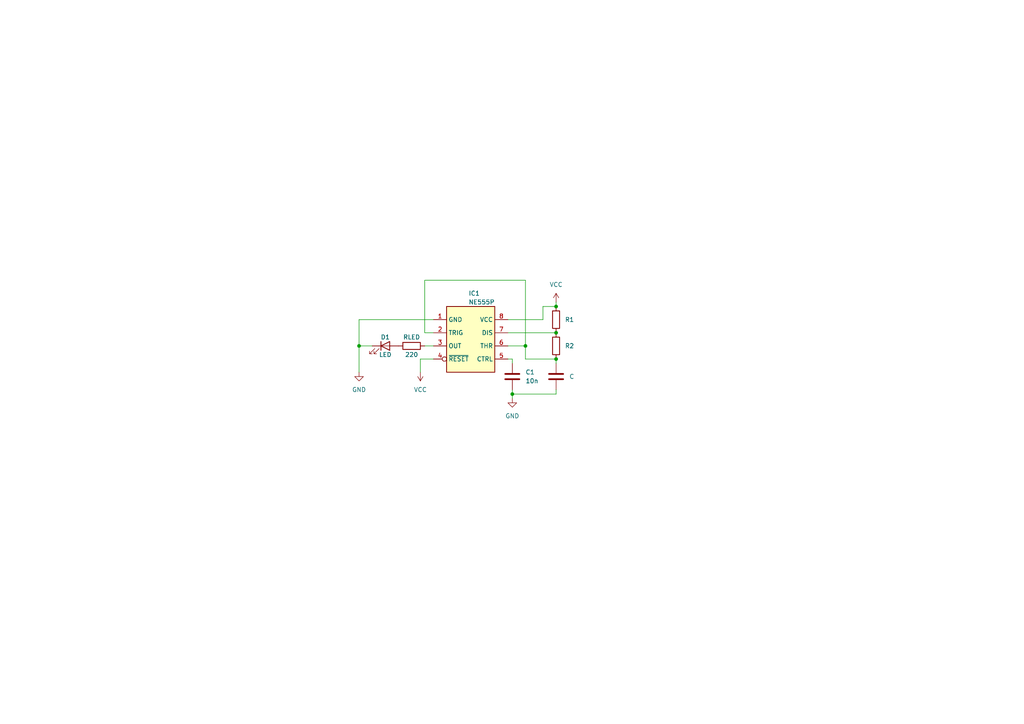
<source format=kicad_sch>
(kicad_sch (version 20230121) (generator eeschema)
  (paper "A4")
  (lib_symbols
    (symbol "Device:C" (pin_numbers hide) (pin_names (offset 0.254))
      (property "Reference" "C" (at 0.635 2.54 0))
      (property "Value" "C" (at 0.635 -2.54 0))
      (symbol "C_0_1"
        (polyline (pts (xy -2.032 -0.762) (xy 2.032 -0.762)) (stroke (width 0.508)))
        (polyline (pts (xy -2.032 0.762) (xy 2.032 0.762)) (stroke (width 0.508)))
      )
      (symbol "C_1_1"
        (pin passive line (at 0 3.81 270) (length 2.794) (name "~") (number "1"))
        (pin passive line (at 0 -3.81 90) (length 2.794) (name "~") (number "2"))
      )
    )
    (symbol "Device:LED" (pin_numbers hide) (pin_names (offset 1.016) hide)
      (property "Reference" "D" (at 0 2.54 0))
      (property "Value" "LED" (at 0 -2.54 0))
      (symbol "LED_0_1"
        (polyline (pts (xy -1.27 -1.27) (xy -1.27 1.27)) (stroke (width 0.254)))
        (polyline (pts (xy -1.27 0) (xy 1.27 0)))
        (polyline (pts (xy 1.27 -1.27) (xy 1.27 1.27) (xy -1.27 0) (xy 1.27 -1.27)) (stroke (width 0.254)))
        (polyline (pts (xy -3.048 -0.762) (xy -4.572 -2.286) (xy -3.81 -2.286) (xy -4.572 -2.286) (xy -4.572 -1.524)))
        (polyline (pts (xy -1.778 -0.762) (xy -3.302 -2.286) (xy -2.54 -2.286) (xy -3.302 -2.286) (xy -3.302 -1.524)))
      )
      (symbol "LED_1_1"
        (pin passive line (at -3.81 0 0) (length 2.54) (name "K") (number "1"))
        (pin passive line (at 3.81 0 180) (length 2.54) (name "A") (number "2"))
      )
    )
    (symbol "Device:R" (pin_numbers hide) (pin_names (offset 0))
      (property "Reference" "R" (at 2.032 0 90))
      (property "Value" "R" (at 0 0 90))
      (symbol "R_0_1"
        (rectangle (start -1.016 -2.54) (end 1.016 2.54) (stroke (width 0.254)))
      )
      (symbol "R_1_1"
        (pin passive line (at 0 3.81 270) (length 1.27) (name "~") (number "1"))
        (pin passive line (at 0 -3.81 90) (length 1.27) (name "~") (number "2"))
      )
    )
    (symbol "Timer:NE555P"
      (property "Reference" "IC0" (at 1.27 20.32 0))
      (property "Value" "NE555P" (at 1.27 17.78 0))
      (symbol "NE555P_0_0"
        (pin power_in line (at -8.89 12.7 0) (length 3.81) (name "GND") (number "1"))
        (pin power_in line (at 12.7 12.7 180) (length 3.81) (name "VCC") (number "8"))
      )
      (symbol "NE555P_0_1"
        (rectangle (start -5.08 16.51) (end 8.89 -2.54) (stroke (width 0.254)) (fill (type background)))
      )
      (symbol "NE555P_1_1"
        (pin input line (at -8.89 8.89 0) (length 3.81) (name "TRIG") (number "2"))
        (pin output line (at -8.89 5.08 0) (length 3.81) (name "OUT") (number "3"))
        (pin input inverted (at -8.89 1.27 0) (length 3.81) (name "~{RESET}") (number "4"))
        (pin input line (at 12.7 1.27 180) (length 3.81) (name "CTRL") (number "5"))
        (pin input line (at 12.7 5.08 180) (length 3.81) (name "THR") (number "6"))
        (pin input line (at 12.7 8.89 180) (length 3.81) (name "DIS") (number "7"))
      )
    )
    (symbol "power:GND" (power) (pin_names (offset 0))
      (property "Value" "GND" (at 0 -3.81 0))
      (symbol "GND_0_1"
        (polyline (pts (xy 0 0) (xy 0 -1.27) (xy 1.27 -1.27) (xy 0 -2.54) (xy -1.27 -1.27) (xy 0 -1.27)))
      )
      (symbol "GND_1_1"
        (pin power_in line (at 0 0 270) (length 0) hide (name "GND") (number "1"))
      )
    )
    (symbol "power:VCC" (power) (pin_names (offset 0))
      (property "Value" "VCC" (at 0 3.81 0))
      (symbol "VCC_0_1"
        (polyline (pts (xy -0.762 1.27) (xy 0 2.54)))
        (polyline (pts (xy 0 0) (xy 0 2.54)))
        (polyline (pts (xy 0 2.54) (xy 0.762 1.27)))
      )
      (symbol "VCC_1_1"
        (pin power_in line (at 0 0 90) (length 0) hide (name "VCC") (number "1"))
      )
    )
  )
  (junction (at 152.4 100.33))
  (junction (at 161.29 104.14))
  (junction (at 161.29 96.52))
  (junction (at 104.14 100.33))
  (junction (at 148.59 114.3))
  (junction (at 161.29 88.9))
  (wire (pts (xy 125.73 104.14) (xy 121.92 104.14)))
  (wire (pts (xy 161.29 113.03) (xy 161.29 114.3)))
  (wire (pts (xy 147.32 104.14) (xy 148.59 104.14)))
  (wire (pts (xy 125.73 96.52) (xy 123.19 96.52)))
  (wire (pts (xy 148.59 113.03) (xy 148.59 114.3)))
  (wire (pts (xy 152.4 100.33) (xy 152.4 104.14)))
  (wire (pts (xy 125.73 92.71) (xy 104.14 92.71)))
  (wire (pts (xy 157.48 92.71) (xy 147.32 92.71)))
  (wire (pts (xy 123.19 100.33) (xy 125.73 100.33)))
  (wire (pts (xy 104.14 100.33) (xy 104.14 107.95)))
  (wire (pts (xy 147.32 100.33) (xy 152.4 100.33)))
  (wire (pts (xy 161.29 105.41) (xy 161.29 104.14)))
  (wire (pts (xy 123.19 96.52) (xy 123.19 81.28)))
  (wire (pts (xy 107.95 100.33) (xy 104.14 100.33)))
  (wire (pts (xy 152.4 81.28) (xy 152.4 100.33)))
  (wire (pts (xy 152.4 104.14) (xy 161.29 104.14)))
  (wire (pts (xy 161.29 88.9) (xy 161.29 87.63)))
  (wire (pts (xy 104.14 92.71) (xy 104.14 100.33)))
  (wire (pts (xy 121.92 104.14) (xy 121.92 107.95)))
  (wire (pts (xy 148.59 114.3) (xy 148.59 115.57)))
  (wire (pts (xy 157.48 88.9) (xy 157.48 92.71)))
  (wire (pts (xy 123.19 81.28) (xy 152.4 81.28)))
  (wire (pts (xy 157.48 88.9) (xy 161.29 88.9)))
  (wire (pts (xy 148.59 104.14) (xy 148.59 105.41)))
  (wire (pts (xy 161.29 114.3) (xy 148.59 114.3)))
  (wire (pts (xy 147.32 96.52) (xy 161.29 96.52)))
  (symbol (lib_id "Device:R") (at 161.29 100.33 0) (unit 1)
    (property "Reference" "R2" (at 163.83 100.33 0) (effects (justify left)))
    (property "Value" "R" (effects hide))
  )
  (symbol (lib_id "power:GND") (at 148.59 115.57 0) (unit 1)
    (property "Reference" "#PWR04" (effects hide))
    (property "Value" "GND" (at 148.59 120.65 0))
  )
  (symbol (lib_id "Device:R") (at 161.29 92.71 0) (unit 1)
    (property "Reference" "R1" (at 163.83 92.71 0) (effects (justify left)))
    (property "Value" "R" (effects hide))
  )
  (symbol (lib_id "Timer:NE555P") (at 134.62 105.41 0) (unit 1)
    (property "Reference" "IC1" (at 135.89 85.09 0) (effects (justify left)))
    (property "Value" "NE555P" (at 135.89 87.63 0) (effects (justify left)))
    (property "Footprint" "Package_DIP:DIP-8_W7.62mm" (effects hide))
    (property "Datasheet" "http://www.ti.com/lit/ds/symlink/ne555.pdf" (effects hide))
  )
  (symbol (lib_id "power:VCC") (at 161.29 87.63 0) (unit 1)
    (property "Reference" "#PWR03" (effects hide))
    (property "Value" "VCC" (at 161.29 82.55 0))
  )
  (symbol (lib_id "Device:R") (at 119.38 100.33 90) (unit 1)
    (property "Reference" "RLED" (at 119.38 97.79 90))
    (property "Value" "220" (at 119.38 102.87 90))
  )
  (symbol (lib_id "Device:LED") (at 111.76 100.33 0) (unit 1)
    (property "Reference" "D1" (at 111.76 97.79 0))
    (property "Value" "LED" (at 111.76 102.87 0))
  )
  (symbol (lib_id "power:GND") (at 104.14 107.95 0) (unit 1)
    (property "Reference" "#PWR01" (effects hide))
    (property "Value" "GND" (at 104.14 113.03 0))
  )
  (symbol (lib_id "Device:C") (at 148.59 109.22 0) (unit 1)
    (property "Reference" "C1" (at 152.4 107.95 0) (effects (justify left)))
    (property "Value" "10n" (at 152.4 110.49 0) (effects (justify left)))
  )
  (symbol (lib_id "Device:C") (at 161.29 109.22 0) (unit 1)
    (property "Reference" "C" (at 165.1 109.22 0) (effects (justify left)))
    (property "Value" "C" (effects hide))
  )
  (symbol (lib_id "power:VCC") (at 121.92 107.95 180) (unit 1)
    (property "Reference" "#PWR02" (effects hide))
    (property "Value" "VCC" (at 121.92 113.03 0))
  )
)
</source>
